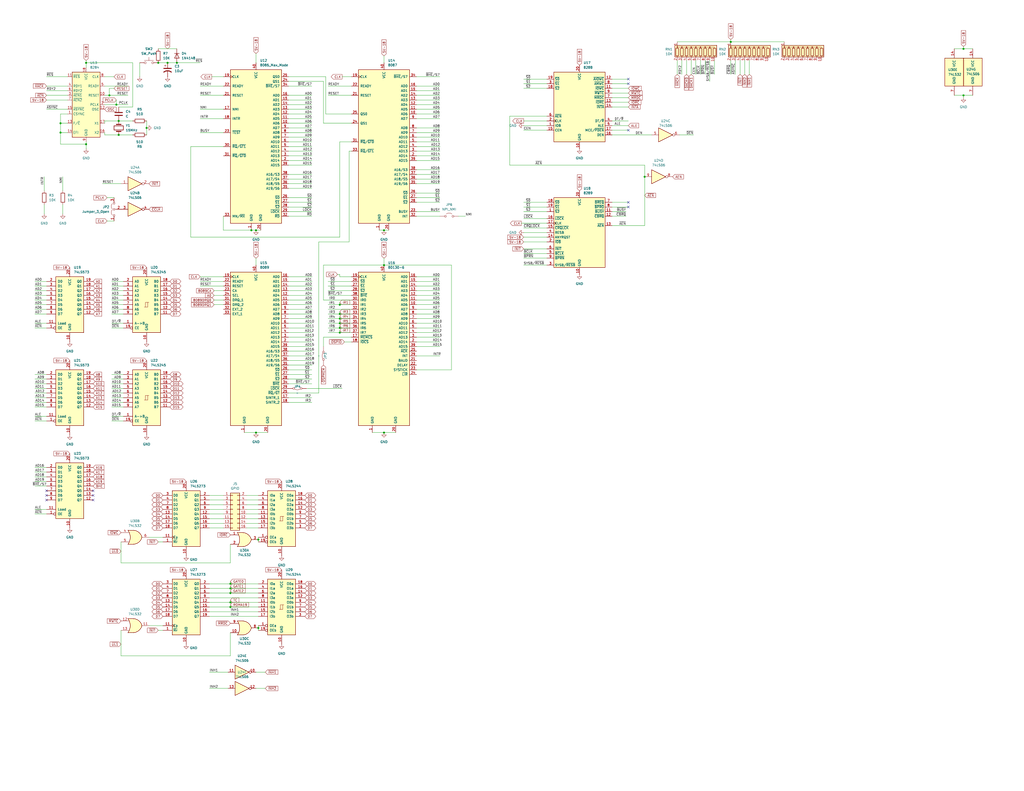
<source format=kicad_sch>
(kicad_sch (version 20250114) (generator "eeschema") (generator_version "9.0")
  (paper "C")
  (junction (at 209.55 236.22))
  (junction (at 209.55 144.78))
  (junction (at 185.42 181.61))
  (junction (at 125.73 321.31))
  (junction (at 139.7 236.22))
  (junction (at 59.69 52.07))
  (junction (at 185.42 166.37))
  (junction (at 63.5 57.15))
  (junction (at 125.73 323.85))
  (junction (at 33.02 72.39))
  (junction (at 140.97 294.64))
  (junction (at 525.78 26.67))
  (junction (at 185.42 173.99))
  (junction (at 64.77 73.66))
  (junction (at 46.99 78.74))
  (junction (at 33.02 67.31))
  (junction (at 125.73 328.93))
  (junction (at 185.42 171.45))
  (junction (at 209.55 125.73))
  (junction (at 398.78 22.86))
  (junction (at 525.78 52.07))
  (junction (at 64.77 66.04))
  (junction (at 91.44 34.29))
  (junction (at 185.42 179.07))
  (junction (at 96.52 34.29))
  (junction (at 139.7 125.73))
  (junction (at 137.16 125.73))
  (junction (at 80.01 69.85))
  (junction (at 46.99 34.29))
  (junction (at 185.42 176.53))
  (junction (at 351.79 96.52))
  (junction (at 125.73 318.77))
  (junction (at 86.36 34.29))
  (junction (at 140.97 342.9))
  (junction (at 125.73 331.47))
  (no_connect (at 25.4 267.97))
  (no_connect (at 342.9 45.72))
  (no_connect (at 50.8 270.51))
  (no_connect (at 342.9 113.03))
  (no_connect (at 50.8 273.05))
  (no_connect (at 342.9 43.18))
  (no_connect (at 25.4 273.05))
  (no_connect (at 50.8 267.97))
  (no_connect (at 342.9 110.49))
  (no_connect (at 342.9 71.12))
  (no_connect (at 25.4 270.51))
  (wire (pts (xy 227.33 85.09) (xy 240.1002 85.09)))
  (wire (pts (xy 227.33 105.41) (xy 240.03 105.41)))
  (wire (pts (xy 227.33 151.13) (xy 240.03 151.13)))
  (wire (pts (xy 76.2 34.29) (xy 76.2 41.91)))
  (wire (pts (xy 62.23 48.26) (xy 59.69 48.26)))
  (wire (pts (xy 285.75 132.08) (xy 298.45 132.08)))
  (wire (pts (xy 384.81 40.64) (xy 384.81 33.02)))
  (wire (pts (xy 203.2 236.22) (xy 209.55 236.22)))
  (wire (pts (xy 191.6998 153.67) (xy 178.9998 153.67)))
  (wire (pts (xy 109.22 59.69) (xy 121.92 59.69)))
  (wire (pts (xy 57.15 66.04) (xy 57.15 67.31)))
  (wire (pts (xy 116.84 158.75) (xy 121.92 158.75)))
  (wire (pts (xy 334.01 48.26) (xy 342.9 48.26)))
  (wire (pts (xy 157.6347 191.77) (xy 170.3347 191.77)))
  (wire (pts (xy 185.42 173.99) (xy 179.07 173.99)))
  (wire (pts (xy 298.45 115.57) (xy 285.75 115.57)))
  (wire (pts (xy 60.96 161.29) (xy 67.31 161.29)))
  (wire (pts (xy 144.78 375.92) (xy 139.7 375.92)))
  (wire (pts (xy 140.97 323.85) (xy 125.73 323.85)))
  (wire (pts (xy 227.33 156.21) (xy 240.03 156.21)))
  (wire (pts (xy 191.77 173.99) (xy 185.42 173.99)))
  (wire (pts (xy 133.35 236.22) (xy 139.7 236.22)))
  (wire (pts (xy 191.77 171.45) (xy 185.42 171.45)))
  (wire (pts (xy 334.01 110.49) (xy 342.9 110.49)))
  (wire (pts (xy 377.19 33.02) (xy 377.19 40.64)))
  (wire (pts (xy 298.45 113.03) (xy 285.75 113.03)))
  (wire (pts (xy 19.05 204.47) (xy 25.4 204.47)))
  (wire (pts (xy 125.73 358.14) (xy 66.04 358.14)))
  (wire (pts (xy 81.28 293.37) (xy 88.9 293.37)))
  (wire (pts (xy 191.77 62.23) (xy 177.8 62.23)))
  (wire (pts (xy 334.01 68.58) (xy 342.9 68.58)))
  (wire (pts (xy 227.33 64.77) (xy 240.03 64.77)))
  (wire (pts (xy 401.32 40.64) (xy 401.32 33.02)))
  (wire (pts (xy 285.75 135.89) (xy 298.45 135.89)))
  (wire (pts (xy 334.01 113.03) (xy 342.9 113.03)))
  (wire (pts (xy 19.05 262.89) (xy 25.4 262.89)))
  (wire (pts (xy 387.35 44.45) (xy 387.35 33.02)))
  (wire (pts (xy 157.6347 186.69) (xy 170.3347 186.69)))
  (wire (pts (xy 209.55 236.22) (xy 215.9 236.22)))
  (wire (pts (xy 86.36 34.29) (xy 91.44 34.29)))
  (wire (pts (xy 369.57 33.02) (xy 369.57 40.64)))
  (wire (pts (xy 19.05 217.17) (xy 25.4 217.17)))
  (wire (pts (xy 60.96 217.17) (xy 67.31 217.17)))
  (wire (pts (xy 334.01 50.8) (xy 342.9 50.8)))
  (wire (pts (xy 351.79 96.52) (xy 351.79 90.17)))
  (wire (pts (xy 285.75 71.12) (xy 298.45 71.12)))
  (wire (pts (xy 227.33 168.91) (xy 240.03 168.91)))
  (wire (pts (xy 157.48 113.03) (xy 170.18 113.03)))
  (wire (pts (xy 525.78 52.07) (xy 530.86 52.07)))
  (wire (pts (xy 19.05 212.09) (xy 25.4 212.09)))
  (wire (pts (xy 134.62 280.67) (xy 140.97 280.67)))
  (wire (pts (xy 227.33 171.45) (xy 240.03 171.45)))
  (wire (pts (xy 185.42 172.72) (xy 185.42 173.99)))
  (wire (pts (xy 86.36 344.17) (xy 88.9 344.17)))
  (wire (pts (xy 34.29 96.52) (xy 34.29 104.14)))
  (wire (pts (xy 191.6998 156.21) (xy 178.9998 156.21)))
  (wire (pts (xy 334.01 123.19) (xy 351.79 123.19)))
  (wire (pts (xy 144.78 367.03) (xy 139.7 367.03)))
  (wire (pts (xy 227.33 118.11) (xy 240.03 118.11)))
  (wire (pts (xy 157.48 207.01) (xy 170.18 207.01)))
  (wire (pts (xy 351.79 123.19) (xy 351.79 96.52)))
  (wire (pts (xy 72.39 58.42) (xy 72.39 34.29)))
  (wire (pts (xy 125.73 297.18) (xy 125.73 307.34)))
  (wire (pts (xy 157.48 87.63) (xy 170.2502 87.63)))
  (wire (pts (xy 58.42 107.95) (xy 62.23 107.95)))
  (wire (pts (xy 191.77 166.37) (xy 185.42 166.37)))
  (wire (pts (xy 114.3 288.29) (xy 121.92 288.29)))
  (wire (pts (xy 525.78 25.4) (xy 525.78 26.67)))
  (wire (pts (xy 157.48 100.33) (xy 170.18 100.33)))
  (wire (pts (xy 63.5 54.61) (xy 63.5 57.15)))
  (wire (pts (xy 109.22 156.21) (xy 121.92 156.21)))
  (wire (pts (xy 157.6347 171.45) (xy 170.3347 171.45)))
  (wire (pts (xy 298.45 43.18) (xy 285.75 43.18)))
  (wire (pts (xy 69.85 52.07) (xy 59.69 52.07)))
  (wire (pts (xy 33.02 67.31) (xy 33.02 72.39)))
  (wire (pts (xy 285.75 68.58) (xy 298.45 68.58)))
  (wire (pts (xy 19.05 179.07) (xy 25.4 179.07)))
  (wire (pts (xy 408.94 40.64) (xy 408.94 33.02)))
  (wire (pts (xy 157.48 209.55) (xy 170.18 209.55)))
  (wire (pts (xy 185.42 171.45) (xy 179.07 171.45)))
  (wire (pts (xy 125.73 317.5) (xy 125.73 318.77)))
  (wire (pts (xy 24.13 96.52) (xy 24.13 104.14)))
  (wire (pts (xy 191.77 67.31) (xy 176.53 67.31)))
  (wire (pts (xy 157.48 217.17) (xy 170.18 217.17)))
  (wire (pts (xy 33.02 72.39) (xy 33.02 78.74)))
  (wire (pts (xy 157.6347 163.83) (xy 170.3347 163.83)))
  (wire (pts (xy 227.33 163.83) (xy 240.03 163.83)))
  (wire (pts (xy 190.5 82.55) (xy 191.77 82.55)))
  (wire (pts (xy 227.33 77.47) (xy 240.03 77.47)))
  (wire (pts (xy 33.02 72.39) (xy 36.83 72.39)))
  (wire (pts (xy 139.7 236.22) (xy 146.05 236.22)))
  (wire (pts (xy 209.55 140.97) (xy 209.55 144.78)))
  (wire (pts (xy 227.33 110.49) (xy 240.03 110.49)))
  (wire (pts (xy 207.01 125.73) (xy 209.55 125.73)))
  (wire (pts (xy 115.57 41.91) (xy 121.92 41.91)))
  (wire (pts (xy 60.96 168.91) (xy 67.31 168.91)))
  (wire (pts (xy 278.13 63.5) (xy 298.45 63.5)))
  (wire (pts (xy 227.33 115.57) (xy 240.03 115.57)))
  (wire (pts (xy 227.33 92.71) (xy 240.03 92.71)))
  (wire (pts (xy 19.05 280.67) (xy 25.4 280.67)))
  (wire (pts (xy 185.42 129.54) (xy 185.42 77.47)))
  (wire (pts (xy 46.99 33.02) (xy 46.99 34.29)))
  (wire (pts (xy 19.05 219.71) (xy 25.4 219.71)))
  (wire (pts (xy 36.83 62.23) (xy 33.02 62.23)))
  (wire (pts (xy 60.96 214.63) (xy 67.31 214.63)))
  (wire (pts (xy 334.01 55.88) (xy 342.9 55.88)))
  (wire (pts (xy 227.33 82.55) (xy 240.1002 82.55)))
  (wire (pts (xy 86.36 295.91) (xy 88.9 295.91)))
  (wire (pts (xy 33.02 67.31) (xy 36.83 67.31)))
  (wire (pts (xy 285.75 124.46) (xy 298.45 124.46)))
  (wire (pts (xy 125.73 318.77) (xy 114.3 318.77)))
  (wire (pts (xy 209.55 144.78) (xy 176.53 144.78)))
  (wire (pts (xy 139.7 29.21) (xy 139.7 34.29)))
  (wire (pts (xy 406.4 40.64) (xy 406.4 33.02)))
  (wire (pts (xy 298.45 110.49) (xy 285.75 110.49)))
  (wire (pts (xy 24.13 111.76) (xy 24.13 116.84)))
  (wire (pts (xy 157.48 85.09) (xy 170.2502 85.09)))
  (wire (pts (xy 58.42 120.65) (xy 62.23 120.65)))
  (wire (pts (xy 209.55 125.73) (xy 212.09 125.73)))
  (wire (pts (xy 177.8 62.23) (xy 177.8 41.91)))
  (wire (pts (xy 109.22 52.07) (xy 121.92 52.07)))
  (wire (pts (xy 64.77 66.04) (xy 72.39 66.04)))
  (wire (pts (xy 114.3 278.13) (xy 121.92 278.13)))
  (wire (pts (xy 157.48 97.79) (xy 170.18 97.79)))
  (wire (pts (xy 157.48 52.07) (xy 170.18 52.07)))
  (wire (pts (xy 334.01 115.57) (xy 341.63 115.57)))
  (wire (pts (xy 140.97 328.93) (xy 125.73 328.93)))
  (wire (pts (xy 278.13 63.5) (xy 278.13 90.17)))
  (wire (pts (xy 46.99 34.29) (xy 46.99 36.83)))
  (wire (pts (xy 187.96 186.69) (xy 191.77 186.69)))
  (wire (pts (xy 157.6347 194.31) (xy 170.3347 194.31)))
  (wire (pts (xy 227.33 189.23) (xy 240.03 189.23)))
  (wire (pts (xy 227.33 46.99) (xy 240.03 46.99)))
  (wire (pts (xy 382.27 40.64) (xy 382.27 33.02)))
  (wire (pts (xy 157.48 204.47) (xy 170.18 204.47)))
  (wire (pts (xy 285.75 119.38) (xy 298.45 119.38)))
  (wire (pts (xy 19.05 168.91) (xy 25.4 168.91)))
  (wire (pts (xy 114.3 280.67) (xy 121.92 280.67)))
  (wire (pts (xy 139.7 140.97) (xy 139.7 144.78)))
  (wire (pts (xy 179.07 52.07) (xy 191.77 52.07)))
  (wire (pts (xy 60.96 229.87) (xy 67.31 229.87)))
  (wire (pts (xy 176.53 144.78) (xy 176.53 163.83)))
  (wire (pts (xy 19.05 260.35) (xy 25.4 260.35)))
  (wire (pts (xy 19.05 161.29) (xy 25.4 161.29)))
  (wire (pts (xy 190.5 132.08) (xy 190.5 82.55)))
  (wire (pts (xy 60.96 179.07) (xy 67.31 179.07)))
  (wire (pts (xy 227.33 57.15) (xy 240.03 57.15)))
  (wire (pts (xy 81.28 341.63) (xy 88.9 341.63)))
  (wire (pts (xy 114.3 270.51) (xy 121.92 270.51)))
  (wire (pts (xy 114.3 285.75) (xy 121.92 285.75)))
  (wire (pts (xy 60.96 156.21) (xy 67.31 156.21)))
  (wire (pts (xy 125.73 307.34) (xy 66.04 307.34)))
  (wire (pts (xy 114.3 283.21) (xy 121.92 283.21)))
  (wire (pts (xy 157.48 95.25) (xy 170.18 95.25)))
  (wire (pts (xy 140.97 318.77) (xy 125.73 318.77)))
  (wire (pts (xy 60.96 227.33) (xy 67.31 227.33)))
  (wire (pts (xy 125.73 327.66) (xy 125.73 328.93)))
  (wire (pts (xy 69.85 46.99) (xy 57.15 46.99)))
  (wire (pts (xy 140.97 336.55) (xy 114.3 336.55)))
  (wire (pts (xy 157.48 82.55) (xy 170.3347 82.55)))
  (wire (pts (xy 19.05 176.53) (xy 25.4 176.53)))
  (wire (pts (xy 91.44 34.29) (xy 96.52 34.29)))
  (wire (pts (xy 60.96 222.25) (xy 67.31 222.25)))
  (wire (pts (xy 157.48 46.99) (xy 170.18 46.99)))
  (wire (pts (xy 334.01 45.72) (xy 342.9 45.72)))
  (wire (pts (xy 157.48 62.23) (xy 170.18 62.23)))
  (wire (pts (xy 246.38 201.93) (xy 246.38 144.78)))
  (wire (pts (xy 157.48 77.47) (xy 170.18 77.47)))
  (wire (pts (xy 60.96 158.75) (xy 67.31 158.75)))
  (wire (pts (xy 19.05 163.83) (xy 25.4 163.83)))
  (wire (pts (xy 25.4 59.69) (xy 36.83 59.69)))
  (wire (pts (xy 403.86 40.64) (xy 403.86 33.02)))
  (wire (pts (xy 114.3 275.59) (xy 121.92 275.59)))
  (wire (pts (xy 140.97 293.37) (xy 140.97 294.64)))
  (wire (pts (xy 173.99 214.63) (xy 173.99 132.08)))
  (wire (pts (xy 140.97 326.39) (xy 114.3 326.39)))
  (wire (pts (xy 114.3 367.03) (xy 124.46 367.03)))
  (wire (pts (xy 227.33 161.29) (xy 240.03 161.29)))
  (wire (pts (xy 227.33 153.67) (xy 240.03 153.67)))
  (wire (pts (xy 157.6347 156.21) (xy 170.3347 156.21)))
  (wire (pts (xy 334.01 58.42) (xy 342.9 58.42)))
  (wire (pts (xy 19.05 222.25) (xy 25.4 222.25)))
  (wire (pts (xy 109.22 46.99) (xy 121.92 46.99)))
  (wire (pts (xy 185.42 181.61) (xy 179.07 181.61)))
  (wire (pts (xy 157.48 54.61) (xy 170.18 54.61)))
  (wire (pts (xy 191.6998 158.75) (xy 178.9998 158.75)))
  (wire (pts (xy 227.33 49.53) (xy 240.03 49.53)))
  (wire (pts (xy 80.01 66.04) (xy 80.01 69.85)))
  (wire (pts (xy 19.05 265.43) (xy 25.4 265.43)))
  (wire (pts (xy 114.3 273.05) (xy 121.92 273.05)))
  (wire (pts (xy 60.96 166.37) (xy 67.31 166.37)))
  (wire (pts (xy 57.15 57.15) (xy 63.5 57.15)))
  (wire (pts (xy 179.07 46.99) (xy 191.77 46.99)))
  (wire (pts (xy 185.42 165.1) (xy 185.42 166.37)))
  (wire (pts (xy 157.48 69.85) (xy 170.18 69.85)))
  (wire (pts (xy 157.48 110.49) (xy 170.2502 110.49)))
  (wire (pts (xy 33.02 62.23) (xy 33.02 67.31)))
  (wire (pts (xy 334.01 71.12) (xy 342.9 71.12)))
  (wire (pts (xy 227.33 201.93) (xy 246.38 201.93)))
  (wire (pts (xy 184.15 149.86) (xy 185.42 149.86)))
  (wire (pts (xy 227.33 87.63) (xy 240.03 87.63)))
  (wire (pts (xy 19.05 156.21) (xy 25.4 156.21)))
  (wire (pts (xy 60.96 204.47) (xy 67.31 204.47)))
  (wire (pts (xy 134.62 273.05) (xy 140.97 273.05)))
  (wire (pts (xy 46.99 77.47) (xy 46.99 78.74)))
  (wire (pts (xy 185.42 177.8) (xy 185.42 179.07)))
  (wire (pts (xy 227.33 72.39) (xy 240.03 72.39)))
  (wire (pts (xy 379.73 40.64) (xy 379.73 33.02)))
  (wire (pts (xy 25.4 41.91) (xy 36.83 41.91)))
  (wire (pts (xy 176.53 189.23) (xy 176.53 184.15)))
  (wire (pts (xy 125.73 322.58) (xy 125.73 323.85)))
  (wire (pts (xy 209.55 30.48) (xy 209.55 34.29)))
  (wire (pts (xy 157.6347 168.91) (xy 170.3347 168.91)))
  (wire (pts (xy 227.33 173.99) (xy 240.03 173.99)))
  (wire (pts (xy 25.4 46.99) (xy 36.83 46.99)))
  (wire (pts (xy 25.4 49.53) (xy 36.83 49.53)))
  (wire (pts (xy 157.48 72.39) (xy 170.18 72.39)))
  (wire (pts (xy 284.48 121.92) (xy 298.45 121.92)))
  (wire (pts (xy 125.73 320.04) (xy 125.73 321.31)))
  (wire (pts (xy 157.48 74.93) (xy 170.18 74.93)))
  (wire (pts (xy 114.3 375.92) (xy 124.46 375.92)))
  (wire (pts (xy 185.42 151.13) (xy 191.77 151.13)))
  (wire (pts (xy 185.42 180.34) (xy 185.42 181.61)))
  (wire (pts (xy 104.14 80.01) (xy 104.14 129.54)))
  (wire (pts (xy 59.69 52.07) (xy 57.15 52.07)))
  (wire (pts (xy 227.33 186.69) (xy 240.03 186.69)))
  (wire (pts (xy 157.48 115.57) (xy 170.18 115.57)))
  (wire (pts (xy 157.48 90.17) (xy 170.18 90.17)))
  (wire (pts (xy 157.6347 173.99) (xy 170.3347 173.99)))
  (wire (pts (xy 121.92 125.73) (xy 121.92 118.11)))
  (wire (pts (xy 227.33 158.75) (xy 240.03 158.75)))
  (wire (pts (xy 125.73 331.47) (xy 114.3 331.47)))
  (wire (pts (xy 19.05 166.37) (xy 25.4 166.37)))
  (wire (pts (xy 157.48 59.69) (xy 170.18 59.69)))
  (wire (pts (xy 134.62 270.51) (xy 140.97 270.51)))
  (wire (pts (xy 96.52 34.29) (xy 109.22 34.29)))
  (wire (pts (xy 227.33 59.69) (xy 240.03 59.69)))
  (wire (pts (xy 134.62 275.59) (xy 140.97 275.59)))
  (wire (pts (xy 227.33 97.79) (xy 240.03 97.79)))
  (wire (pts (xy 59.69 48.26) (xy 59.69 52.07)))
  (wire (pts (xy 254 118.11) (xy 250.19 118.11)))
  (wire (pts (xy 185.42 166.37) (xy 179.07 166.37)))
  (wire (pts (xy 285.75 138.43) (xy 298.45 138.43)))
  (wire (pts (xy 137.16 125.73) (xy 121.92 125.73)))
  (wire (pts (xy 34.29 111.76) (xy 34.29 116.84)))
  (wire (pts (xy 369.57 22.86) (xy 398.78 22.86)))
  (wire (pts (xy 157.48 44.45) (xy 176.53 44.45)))
  (wire (pts (xy 157.48 107.95) (xy 170.18 107.95)))
  (wire (pts (xy 116.84 166.37) (xy 121.92 166.37)))
  (wire (pts (xy 176.53 67.31) (xy 176.53 44.45)))
  (wire (pts (xy 246.38 144.78) (xy 209.55 144.78)))
  (wire (pts (xy 227.33 52.07) (xy 240.03 52.07)))
  (wire (pts (xy 157.6347 166.37) (xy 170.3347 166.37)))
  (wire (pts (xy 298.45 45.72) (xy 285.75 45.72)))
  (wire (pts (xy 19.05 278.13) (xy 25.4 278.13)))
  (wire (pts (xy 86.36 26.67) (xy 96.52 26.67)))
  (wire (pts (xy 227.33 100.33) (xy 240.03 100.33)))
  (wire (pts (xy 157.6347 179.07) (xy 170.3347 179.07)))
  (wire (pts (xy 191.77 179.07) (xy 185.42 179.07)))
  (wire (pts (xy 60.96 207.01) (xy 67.31 207.01)))
  (wire (pts (xy 179.07 168.91) (xy 191.77 168.91)))
  (wire (pts (xy 140.97 294.64) (xy 140.97 295.91)))
  (wire (pts (xy 19.05 171.45) (xy 25.4 171.45)))
  (wire (pts (xy 66.04 295.91) (xy 66.04 307.34)))
  (wire (pts (xy 140.97 341.63) (xy 140.97 342.9)))
  (wire (pts (xy 157.48 80.01) (xy 170.18 80.01)))
  (wire (pts (xy 157.48 64.77) (xy 170.18 64.77)))
  (wire (pts (xy 185.42 179.07) (xy 179.07 179.07)))
  (wire (pts (xy 19.05 209.55) (xy 25.4 209.55)))
  (wire (pts (xy 157.48 102.87) (xy 170.18 102.87)))
  (wire (pts (xy 227.33 166.37) (xy 240.03 166.37)))
  (wire (pts (xy 157.48 118.11) (xy 170.18 118.11)))
  (wire (pts (xy 227.33 194.31) (xy 240.03 194.31)))
  (wire (pts (xy 125.73 330.2) (xy 125.73 331.47)))
  (wire (pts (xy 64.77 73.66) (xy 72.39 73.66)))
  (wire (pts (xy 134.62 285.75) (xy 140.97 285.75)))
  (wire (pts (xy 140.97 331.47) (xy 125.73 331.47)))
  (wire (pts (xy 137.16 125.73) (xy 139.7 125.73)))
  (wire (pts (xy 227.33 80.01) (xy 240.1847 80.01)))
  (wire (pts (xy 19.05 158.75) (xy 25.4 158.75)))
  (wire (pts (xy 140.97 342.9) (xy 140.97 344.17)))
  (wire (pts (xy 179.07 161.29) (xy 191.77 161.29)))
  (wire (pts (xy 398.78 22.86) (xy 427.99 22.86)))
  (wire (pts (xy 334.01 53.34) (xy 342.9 53.34)))
  (wire (pts (xy 62.23 41.91) (xy 57.15 41.91)))
  (wire (pts (xy 33.02 78.74) (xy 46.99 78.74)))
  (wire (pts (xy 140.97 334.01) (xy 114.3 334.01)))
  (wire (pts (xy 157.6347 199.39) (xy 170.3347 199.39)))
  (wire (pts (xy 191.77 181.61) (xy 185.42 181.61)))
  (wire (pts (xy 227.33 95.25) (xy 240.03 95.25)))
  (wire (pts (xy 64.77 73.66) (xy 57.15 73.66)))
  (wire (pts (xy 334.01 118.11) (xy 341.63 118.11)))
  (wire (pts (xy 227.33 69.85) (xy 240.03 69.85)))
  (wire (pts (xy 134.62 288.29) (xy 140.97 288.29)))
  (wire (pts (xy 334.01 43.18) (xy 342.9 43.18)))
  (wire (pts (xy 525.78 53.34) (xy 525.78 52.07)))
  (wire (pts (xy 157.48 201.93) (xy 170.18 201.93)))
  (wire (pts (xy 157.48 214.63) (xy 173.99 214.63)))
  (wire (pts (xy 104.14 80.01) (xy 121.92 80.01)))
  (wire (pts (xy 125.73 345.44) (xy 125.73 358.14)))
  (wire (pts (xy 125.73 328.93) (xy 114.3 328.93)))
  (wire (pts (xy 334.01 66.04) (xy 342.9 66.04)))
  (wire (pts (xy 80.01 69.85) (xy 80.01 73.66)))
  (wire (pts (xy 55.88 100.33) (xy 66.04 100.33)))
  (wire (pts (xy 157.6347 189.23) (xy 170.3347 189.23)))
  (wire (pts (xy 140.97 321.31) (xy 125.73 321.31)))
  (wire (pts (xy 60.96 171.45) (xy 67.31 171.45)))
  (wire (pts (xy 227.33 107.95) (xy 240.03 107.95)))
  (wire (pts (xy 157.48 57.15) (xy 170.18 57.15)))
  (wire (pts (xy 173.99 132.08) (xy 190.5 132.08)))
  (wire (pts (xy 227.33 74.93) (xy 240.03 74.93)))
  (wire (pts (xy 525.78 52.07) (xy 520.7 52.07)))
  (wire (pts (xy 134.62 283.21) (xy 140.97 283.21)))
  (wire (pts (xy 60.96 219.71) (xy 67.31 219.71)))
  (wire (pts (xy 157.6347 181.61) (xy 170.3347 181.61)))
  (wire (pts (xy 60.96 212.09) (xy 67.31 212.09)))
  (wire (pts (xy 66.04 358.14) (xy 66.04 344.17)))
  (wire (pts (xy 227.33 179.07) (xy 240.03 179.07)))
  (wire (pts (xy 398.78 33.02) (xy 398.78 40.64)))
  (wire (pts (xy 64.77 66.04) (xy 57.15 66.04)))
  (wire (pts (xy 109.22 72.39) (xy 121.92 72.39)))
  (wire (pts (xy 227.33 41.91) (xy 240.03 41.91)))
  (wire (pts (xy 227.33 62.23) (xy 240.03 62.23)))
  (wire (pts (xy 19.05 207.01) (xy 25.4 207.01)))
  (wire (pts (xy 285.75 66.04) (xy 298.45 66.04)))
  (wire (pts (xy 64.77 58.42) (xy 72.39 58.42)))
  (wire (pts (xy 378.46 73.66) (xy 370.84 73.66)))
  (wire (pts (xy 109.22 153.67) (xy 121.92 153.67)))
  (wire (pts (xy 176.53 184.15) (xy 191.77 184.15)))
  (wire (pts (xy 19.05 227.33) (xy 25.4 227.33)))
  (wire (pts (xy 185.42 176.53) (xy 179.07 176.53)))
  (wire (pts (xy 25.4 52.07) (xy 36.83 52.07)))
  (wire (pts (xy 125.73 321.31) (xy 114.3 321.31)))
  (wire (pts (xy 227.33 181.61) (xy 240.03 181.61)))
  (wire (pts (xy 46.99 78.74) (xy 46.99 81.28)))
  (wire (pts (xy 167.64 212.09) (xy 186.69 212.09)))
  (wire (pts (xy 157.6347 176.53) (xy 170.3347 176.53)))
  (wire (pts (xy 186.69 41.91) (xy 191.77 41.91)))
  (wire (pts (xy 116.84 163.83) (xy 121.92 163.83)))
  (wire (pts (xy 157.6347 153.67) (xy 170.3347 153.67)))
  (wire (pts (xy 72.39 34.29) (xy 46.99 34.29)))
  (wire (pts (xy 60.96 176.53) (xy 67.31 176.53)))
  (wire (pts (xy 398.78 21.59) (xy 398.78 22.86)))
  (wire (pts (xy 157.6347 161.29) (xy 170.3347 161.29)))
  (wire (pts (xy 389.89 33.02) (xy 389.89 40.64)))
  (wire (pts (xy 351.79 90.17) (xy 278.13 90.17)))
  (wire (pts (xy 227.33 184.15) (xy 240.03 184.15)))
  (wire (pts (xy 285.75 129.54) (xy 298.45 129.54)))
  (wire (pts (xy 157.48 219.71) (xy 170.18 219.71)))
  (wire (pts (xy 19.05 255.27) (xy 25.4 255.27)))
  (wire (pts (xy 134.62 278.13) (xy 140.97 278.13)))
  (wire (pts (xy 298.45 48.26) (xy 285.75 48.26)))
  (wire (pts (xy 139.7 125.73) (xy 142.24 125.73)))
  (wire (pts (xy 157.6347 151.13) (xy 170.3347 151.13)))
  (wire (pts (xy 19.05 153.67) (xy 25.4 153.67)))
  (wire (pts (xy 191.77 176.53) (xy 185.42 176.53)))
  (wire (pts (xy 185.42 170.18) (xy 185.42 171.45)))
  (wire (pts (xy 525.78 26.67) (xy 520.7 26.67)))
  (wire (pts (xy 63.5 57.15) (xy 69.85 57.15)))
  (wire (pts (xy 157.6347 184.15) (xy 170.3347 184.15)))
  (wire (pts (xy 285.75 144.78) (xy 298.45 144.78)))
  (wire (pts (xy 285.75 140.97) (xy 298.45 140.97)))
  (wire (pts (xy 109.22 64.77) (xy 121.92 64.77)))
  (wire (pts (xy 60.96 153.67) (xy 67.31 153.67)))
  (wire (pts (xy 176.53 163.83) (xy 191.77 163.83)))
  (wire (pts (xy 334.01 73.66) (xy 355.6 73.66)))
  (wire (pts (xy 57.15 72.39) (xy 57.15 73.66)))
  (wire (pts (xy 372.11 40.64) (xy 372.11 33.02)))
  (wire (pts (xy 60.96 163.83) (xy 67.31 163.83)))
  (wire (pts (xy 185.42 77.47) (xy 191.77 77.47)))
  (wire (pts (xy 116.84 161.29) (xy 121.92 161.29)))
  (wire (pts (xy 104.14 129.54) (xy 185.42 129.54)))
  (wire (pts (xy 19.05 229.87) (xy 25.4 229.87)))
  (wire (pts (xy 157.48 67.31) (xy 170.18 67.31)))
  (wire (pts (xy 19.05 214.63) (xy 25.4 214.63)))
  (wire (pts (xy 19.05 257.81) (xy 25.4 257.81)))
  (wire (pts (xy 227.33 176.53) (xy 240.03 176.53)))
  (wire (pts (xy 227.33 54.61) (xy 240.03 54.61)))
  (wire (pts (xy 125.73 323.85) (xy 114.3 323.85)))
  (wire (pts (xy 525.78 26.67) (xy 530.86 26.67)))
  (wire (pts (xy 60.96 209.55) (xy 67.31 209.55)))
  (wire (pts (xy 25.4 54.61) (xy 36.83 54.61)))
  (wire (pts (xy 157.48 41.91) (xy 177.8 41.91)))
  (wire (pts (xy 109.22 151.13) (xy 121.92 151.13)))
  (wire (pts (xy 374.65 33.02) (xy 374.65 40.64)))
  (wire (pts (xy 157.6347 196.85) (xy 170.3347 196.85)))
  (wire (pts (xy 185.42 175.26) (xy 185.42 176.53)))
  (wire (pts (xy 285.75 127) (xy 298.45 127)))
  (wire (pts (xy 185.42 149.86) (xy 185.42 151.13)))
  (wire (pts (xy 157.6347 158.75) (xy 170.3347 158.75)))
  (label "AD14" (at 66.1102 219.71 180))
  (label "AD4" (at 236.2344 161.29 0))
  (label "AD16" (at 170.18 95.25 180))
  (label "AD15" (at 170.18 90.17 180))
  (label "AD17" (at 166.5391 194.31 0))
  (label "AD1" (at 236.22 153.67 0))
  (label "READY" (at 179.07 46.99 0))
  (label "~{AEN}" (at 341.63 123.19 180))
  (label "AD13" (at 240.1002 82.55 180))
  (label "AD7" (at 64.77 171.45 180))
  (label "AD13" (at 170.2502 85.09 180))
  (label "AD2" (at 64.77 158.75 180))
  (label "NMI" (at 34.29 96.52 270))
  (label "AD2" (at 170.18 57.15 180))
  (label "AD18" (at 24.1156 260.35 180))
  (label "DEN" (at 346.71 73.66 0))
  (label "NMI" (at 109.22 59.69 0))
  (label "AD2" (at 166.5247 156.21 0))
  (label "AD11" (at 24.13 212.09 180))
  (label "AD6" (at 64.77 168.91 180))
  (label "~{S1}" (at 240.03 107.95 180))
  (label "AD18" (at 170.18 100.33 180))
  (label "~{DEN}" (at 60.96 179.07 0))
  (label "~{RES}" (at 29.21 41.91 180))
  (label "AD3" (at 22.86 161.29 180))
  (label "AD15" (at 240.03 87.63 180))
  (label "AD17" (at 170.18 97.79 180))
  (label "~{BPRN}" (at 384.81 40.64 90))
  (label "~{S0}" (at 170.18 107.95 180))
  (label "~{DEN}" (at 60.96 229.87 0))
  (label "AD5" (at 240.03 59.69 180))
  (label "AD8" (at 236.22 171.45 0))
  (label "AD13" (at 66.1102 217.17 180))
  (label "~{AEN}" (at 292.1 90.17 0))
  (label "AD8" (at 170.18 72.39 180))
  (label "AD0" (at 170.18 52.07 180))
  (label "AD12" (at 236.0653 181.61 0))
  (label "AD14" (at 170.2502 87.63 180))
  (label "RESET" (at 109.22 52.07 0))
  (label "AD0" (at 236.22 151.13 0))
  (label "~{S2}" (at 182.8098 158.75 180))
  (label "AD6" (at 236.22 166.37 0))
  (label "AD10" (at 66.04 209.55 180))
  (label "AD8" (at 24.13 204.47 180))
  (label "AD11" (at 240.03 77.47 180))
  (label "IR4" (at 182.88 173.99 180))
  (label "AD4" (at 64.7556 163.83 180))
  (label "~{BHE}{slash}S7" (at 161.29 209.55 0))
  (label "AD7" (at 240.03 64.77 180))
  (label "~{S1}" (at 289.6302 45.72 180))
  (label "AD7" (at 236.22 168.91 0))
  (label "READY" (at 109.22 46.99 0))
  (label "AD14" (at 240.1002 85.09 180))
  (label "~{S1}" (at 289.6302 113.03 180))
  (label "AD10" (at 166.5247 176.53 0))
  (label "BUSY" (at 240.03 115.57 180))
  (label "RESET" (at 109.22 156.21 0))
  (label "AD19" (at 170.18 102.87 180))
  (label "AD3" (at 64.77 161.29 180))
  (label "AD11" (at 166.5247 179.07 0))
  (label "AD12" (at 170.3347 82.55 180))
  (label "READY" (at 109.22 153.67 0))
  (label "RDY2" (at 25.4 49.53 0))
  (label "AD8" (at 166.5247 171.45 0))
  (label "AD12" (at 66.1947 214.63 180))
  (label "AD4" (at 240.03 57.15 180))
  (label "IR2" (at 182.88 168.91 180))
  (label "RESET" (at 69.85 52.07 180))
  (label "AD15" (at 166.5247 189.23 0))
  (label "~{BHE}{slash}S7" (at 186.69 161.29 180))
  (label "INH1" (at 125.73 334.01 0))
  (label "AD5" (at 166.5247 163.83 0))
  (label "AD3" (at 236.22 158.75 0))
  (label "AD14" (at 166.4545 186.69 0))
  (label "~{S1}" (at 182.88 156.21 180))
  (label "AD0" (at 64.77 153.67 180))
  (label "CEN" (at 379.73 40.64 90))
  (label "AD18" (at 166.5391 196.85 0))
  (label "DT{slash}~{R}" (at 60.96 227.33 0))
  (label "AD16" (at 24.13 255.27 180))
  (label "~{BHE}{slash}S7" (at 170.18 46.99 180))
  (label "AD16" (at 166.5247 191.77 0))
  (label "~{S1}" (at 166.2998 204.47 0))
  (label "~{S0}" (at 166.37 201.93 0))
  (label "~{S0}" (at 289.56 43.18 180))
  (label "AD0" (at 166.5247 151.13 0))
  (label "AD3" (at 240.03 54.61 180))
  (label "ALE" (at 335.28 68.58 0))
  (label "~{BPRN}" (at 285.75 140.97 0))
  (label "AD7" (at 22.86 171.45 180))
  (label "AD3" (at 170.18 59.69 180))
  (label "~{S2}" (at 289.56 48.26 180))
  (label "AD12" (at 240.1847 80.01 180))
  (label "AD4" (at 166.5391 161.29 0))
  (label "~{LOCK}" (at 181.61 212.09 0))
  (label "AD3" (at 166.5247 158.75 0))
  (label "IR3" (at 182.88 171.45 180))
  (label "SYSB{slash}~{RESB}" (at 285.75 144.78 0))
  (label "AD2" (at 240.03 52.07 180))
  (label "AD11" (at 236.22 179.07 0))
  (label "AD15" (at 236.22 189.23 0))
  (label "AD5" (at 64.77 166.37 180))
  (label "~{CRQLOCK}" (at 285.75 124.46 0))
  (label "AD6" (at 170.18 67.31 180))
  (label "AD1" (at 170.18 54.61 180))
  (label "AD2" (at 236.22 156.21 0))
  (label "AD19" (at 240.03 100.33 180))
  (label "ALE" (at 19.05 176.53 0))
  (label "IR0" (at 182.88 163.83 180))
  (label "AD18" (at 240.0156 97.79 180))
  (label "AD14" (at 236.1498 186.69 0))
  (label "AD13" (at 236.1498 184.15 0))
  (label "AD1" (at 64.77 156.21 180))
  (label "DT{slash}~{R}" (at 335.28 66.04 0))
  (label "AD5" (at 236.22 163.83 0))
  (label "AD19" (at 166.5247 199.39 0))
  (label "~{RD}" (at 170.18 118.11 180))
  (label "SYSB{slash}~{RESB}" (at 387.35 44.45 90))
  (label "AD0" (at 240.03 46.99 180))
  (label "AD6" (at 22.86 168.91 180))
  (label "AD1" (at 240.03 49.53 180))
  (label "IR3" (at 166.37 219.71 0))
  (label "RDY2" (at 372.11 40.64 90))
  (label "AD15" (at 66.04 222.25 180))
  (label "IR5" (at 182.88 176.53 180))
  (label "AD9" (at 240.03 72.39 180))
  (label "AD12" (at 24.2847 214.63 180))
  (label "CEN" (at 285.75 71.12 0))
  (label "AD19" (at 24.13 262.89 180))
  (label "AD9" (at 24.13 207.01 180))
  (label "~{BUSY}" (at 389.89 40.64 90))
  (label "AD10" (at 24.13 209.55 180))
  (label "AD1" (at 22.86 156.21 180))
  (label "AD9" (at 236.22 173.99 0))
  (label "~{AEN}" (at 19.05 179.07 0))
  (label "AD5" (at 22.86 166.37 180))
  (label "AD4" (at 22.8456 163.83 180))
  (label "AD17" (at 24.1156 257.81 180))
  (label "AD12" (at 166.37 181.61 0))
  (label "IR2" (at 166.37 217.17 0))
  (label "~{RES}" (at 106.68 34.29 0))
  (label "~{S2}" (at 166.37 207.01 0))
  (label "ALE" (at 19.05 227.33 0))
  (label "~{BUSY}" (at 341.63 115.57 180))
  (label "AD11" (at 66.04 212.09 180))
  (label "~{AEN}" (at 19.05 280.67 0))
  (label "PCLK" (at 69.85 57.15 180))
  (label "~{S0}" (at 289.56 110.49 180))
  (label "~{CBRQ}" (at 398.78 40.64 90))
  (label "~{S1}" (at 170.2502 110.49 180))
  (label "AD11" (at 170.18 80.01 180))
  (label "AD9" (at 66.04 207.01 180))
  (label "~{S2}" (at 170.18 113.03 180))
  (label "INH2" (at 125.73 336.55 0))
  (label "~{S0}" (at 182.8098 153.67 180))
  (label "DT{slash}~{R}" (at 60.96 176.53 0))
  (label "AD10" (at 170.18 77.47 180))
  (label "~{BCLK}" (at 285.75 138.43 0))
  (label "AD2" (at 22.86 158.75 180))
  (label "IR7" (at 182.88 181.61 180))
  (label "~{CBRQ}" (at 341.63 118.11 180))
  (label "AD7" (at 170.18 69.85 180))
  (label "~{LOCK}" (at 170.18 115.57 180))
  (label "AD10" (at 240.03 74.93 180))
  (label "AD1" (at 166.5247 153.67 0))
  (label "AD17" (at 240.0156 95.25 180))
  (label "~{S2}" (at 289.56 115.57 180))
  (label "RESET" (at 179.07 52.07 0))
  (label "ALE" (at 19.05 278.13 0))
  (label "AD8" (at 66.04 204.47 180))
  (label "AD9" (at 170.18 74.93 180))
  (label "AD6" (at 166.5247 166.37 0))
  (label "~{LOCK}" (at 285.75 119.38 0))
  (label "AD4" (at 170.18 62.23 180))
  (label "~{DEN}" (at 378.46 73.66 180))
  (label "AD16" (at 240.03 92.71 180))
  (label "BUSY" (at 109.22 72.39 0))
  (label "INTR" (at 24.13 96.52 270))
  (label "~{AEN}" (at 19.05 229.87 0))
  (label "~{S2}" (at 240.03 110.49 180))
  (label "AD0" (at 22.86 153.67 180))
  (label "AD7" (at 166.5247 168.91 0))
  (label "~{BHE}{slash}S7" (at 25.4 265.43 180))
  (label "IR6" (at 182.88 179.07 180))
  (label "INTR" (at 109.22 64.77 0))
  (label "INTR" (at 236.22 194.31 0))
  (label "READY" (at 69.85 46.99 180))
  (label "AD13" (at 166.4545 184.15 0))
  (label "RESET" (at 55.88 100.33 0))
  (label "~{ASYNC}" (at 401.32 40.64 90))
  (label "AD15" (at 24.13 222.25 180))
  (label "AD5" (at 170.18 64.77 180))
  (label "~{BHE}{slash}S7" (at 240.03 41.91 180))
  (label "INH1" (at 114.3 367.03 0))
  (label "AD6" (at 240.03 62.23 180))
  (label "AD13" (at 24.2002 217.17 180))
  (label "AD8" (at 240.03 69.85 180))
  (label "~{BCLK}" (at 382.27 40.64 90))
  (label "NMI" (at 254 118.11 0))
  (label "INH2" (at 114.3 375.92 0))
  (label "AD10" (at 236.22 176.53 0))
  (label "~{S0}" (at 240.03 105.41 180))
  (label "AD14" (at 24.2002 219.71 180))
  (label "IR1" (at 182.88 166.37 180))
  (label "~{ASYNC}" (at 25.4 59.69 0))
  (label "AD9" (at 166.5247 173.99 0))
  (global_label "5V-18" (shape input) (at 316.23 104.14 90) (property "Intersheetrefs" "${INTERSHEET_REFS}" (effects (hide yes))))
  (global_label "D0" (shape bidirectional) (at 166.37 270.51 0) (property "Intersheetrefs" "${INTERSHEET_REFS}" (effects (hide yes))))
  (global_label "5V-18" (shape input) (at 46.99 33.02 90) (property "Intersheetrefs" "${INTERSHEET_REFS}" (effects (hide yes))))
  (global_label "5V-18" (shape input) (at 91.44 26.67 90) (property "Intersheetrefs" "${INTERSHEET_REFS}" (effects (hide yes))))
  (global_label "5V-18" (shape input) (at 209.55 30.48 90) (property "Intersheetrefs" "${INTERSHEET_REFS}" (effects (hide yes))))
  (global_label "D2" (shape bidirectional) (at 92.71 158.75 0) (property "Intersheetrefs" "${INTERSHEET_REFS}" (effects (hide yes))))
  (global_label "~{IOWC}" (shape input) (at 66.04 290.83 180) (property "Intersheetrefs" "${INTERSHEET_REFS}" (effects (hide yes))))
  (global_label "~{DACK0}" (shape input) (at 374.65 40.64 270) (property "Intersheetrefs" "${INTERSHEET_REFS}" (effects (hide yes))))
  (global_label "5V-18" (shape input) (at 25.4 54.61 180) (property "Intersheetrefs" "${INTERSHEET_REFS}" (effects (hide yes))))
  (global_label "D2" (shape bidirectional) (at 166.37 275.59 0) (property "Intersheetrefs" "${INTERSHEET_REFS}" (effects (hide yes))))
  (global_label "8089DRQ0" (shape input) (at 116.84 163.83 180) (property "Intersheetrefs" "${INTERSHEET_REFS}" (effects (hide yes))))
  (global_label "5V-18" (shape input) (at 285.75 132.08 180) (property "Intersheetrefs" "${INTERSHEET_REFS}" (effects (hide yes))))
  (global_label "CLK" (shape input) (at 58.42 120.65 180) (property "Intersheetrefs" "${INTERSHEET_REFS}" (effects (hide yes))))
  (global_label "PCLK" (shape input) (at 58.42 107.95 180) (property "Intersheetrefs" "${INTERSHEET_REFS}" (effects (hide yes))))
  (global_label "D4" (shape bidirectional) (at 166.37 328.93 0) (property "Intersheetrefs" "${INTERSHEET_REFS}" (effects (hide yes))))
  (global_label "5V-18" (shape input) (at 316.23 35.56 90) (property "Intersheetrefs" "${INTERSHEET_REFS}" (effects (hide yes))))
  (global_label "D2" (shape bidirectional) (at 88.9 323.85 180) (property "Intersheetrefs" "${INTERSHEET_REFS}" (effects (hide yes))))
  (global_label "ALE" (shape input) (at 342.9 68.58 0) (property "Intersheetrefs" "${INTERSHEET_REFS}" (effects (hide yes))))
  (global_label "~{UL1}" (shape input) (at 66.04 351.79 180) (property "Intersheetrefs" "${INTERSHEET_REFS}" (effects (hide yes))))
  (global_label "5V-18" (shape input) (at 139.7 29.21 90) (property "Intersheetrefs" "${INTERSHEET_REFS}" (effects (hide yes))))
  (global_label "D9" (shape bidirectional) (at 92.71 207.01 0) (property "Intersheetrefs" "${INTERSHEET_REFS}" (effects (hide yes))))
  (global_label "~{XACK}" (shape input) (at 25.4 46.99 180) (property "Intersheetrefs" "${INTERSHEET_REFS}" (effects (hide yes))))
  (global_label "A17" (shape input) (at 50.8 257.81 0) (property "Intersheetrefs" "${INTERSHEET_REFS}" (effects (hide yes))))
  (global_label "D1" (shape bidirectional) (at 88.9 273.05 180) (property "Intersheetrefs" "${INTERSHEET_REFS}" (effects (hide yes))))
  (global_label "5V-18" (shape input) (at 209.55 140.97 90) (property "Intersheetrefs" "${INTERSHEET_REFS}" (effects (hide yes))))
  (global_label "~{INH2}" (shape input) (at 406.4 40.64 270) (property "Intersheetrefs" "${INTERSHEET_REFS}" (effects (hide yes))))
  (global_label "CLK" (shape output) (at 115.57 41.91 180) (property "Intersheetrefs" "${INTERSHEET_REFS}" (effects (hide yes))))
  (global_label "AEN" (shape input) (at 367.03 96.52 0) (property "Intersheetrefs" "${INTERSHEET_REFS}" (effects (hide yes))))
  (global_label "GATE2" (shape input) (at 125.73 322.58 0) (property "Intersheetrefs" "${INTERSHEET_REFS}" (effects (hide yes))))
  (global_label "5V-18" (shape input) (at 38.1 146.05 180) (property "Intersheetrefs" "${INTERSHEET_REFS}" (effects (hide yes))))
  (global_label "A10" (shape input) (at 50.8 209.55 0) (property "Intersheetrefs" "${INTERSHEET_REFS}" (effects (hide yes))))
  (global_label "D5" (shape bidirectional) (at 88.9 283.21 180) (property "Intersheetrefs" "${INTERSHEET_REFS}" (effects (hide yes))))
  (global_label "~{AEN}" (shape input) (at 351.79 106.68 0) (property "Intersheetrefs" "${INTERSHEET_REFS}" (effects (hide yes))))
  (global_label "BHE" (shape input) (at 50.8 265.43 0) (property "Intersheetrefs" "${INTERSHEET_REFS}" (effects (hide yes))))
  (global_label "D4" (shape bidirectional) (at 88.9 328.93 180) (property "Intersheetrefs" "${INTERSHEET_REFS}" (effects (hide yes))))
  (global_label "A0" (shape input) (at 116.84 161.29 180) (property "Intersheetrefs" "${INTERSHEET_REFS}" (effects (hide yes))))
  (global_label "ROMA19" (shape input) (at 125.73 330.2 0) (property "Intersheetrefs" "${INTERSHEET_REFS}" (effects (hide yes))))
  (global_label "5V-18" (shape input) (at 398.78 21.59 90) (property "Intersheetrefs" "${INTERSHEET_REFS}" (effects (hide yes))))
  (global_label "D6" (shape bidirectional) (at 166.37 285.75 0) (property "Intersheetrefs" "${INTERSHEET_REFS}" (effects (hide yes))))
  (global_label "5V-18" (shape input) (at 285.75 129.54 180) (property "Intersheetrefs" "${INTERSHEET_REFS}" (effects (hide yes))))
  (global_label "D0" (shape bidirectional) (at 166.37 318.77 0) (property "Intersheetrefs" "${INTERSHEET_REFS}" (effects (hide yes))))
  (global_label "5V-18" (shape input) (at 139.7 140.97 90) (property "Intersheetrefs" "${INTERSHEET_REFS}" (effects (hide yes))))
  (global_label "D0" (shape bidirectional) (at 92.71 153.67 0) (property "Intersheetrefs" "${INTERSHEET_REFS}" (effects (hide yes))))
  (global_label "~{INIT}" (shape input) (at 86.36 295.91 180) (property "Intersheetrefs" "${INTERSHEET_REFS}" (effects (hide yes))))
  (global_label "D11" (shape bidirectional) (at 92.71 212.09 0) (property "Intersheetrefs" "${INTERSHEET_REFS}" (effects (hide yes))))
  (global_label "D3" (shape bidirectional) (at 166.37 326.39 0) (property "Intersheetrefs" "${INTERSHEET_REFS}" (effects (hide yes))))
  (global_label "~{CCLK}" (shape input) (at 81.28 114.3 0) (property "Intersheetrefs" "${INTERSHEET_REFS}" (effects (hide yes))))
  (global_label "IR1" (shape input) (at 185.42 165.1 0) (property "Intersheetrefs" "${INTERSHEET_REFS}" (effects (hide yes))))
  (global_label "GATE0" (shape input) (at 125.73 317.5 0) (property "Intersheetrefs" "${INTERSHEET_REFS}" (effects (hide yes))))
  (global_label "~{INTA}" (shape input) (at 342.9 58.42 0) (property "Intersheetrefs" "${INTERSHEET_REFS}" (effects (hide yes))))
  (global_label "CLK" (shape input) (at 62.23 41.91 0) (property "Intersheetrefs" "${INTERSHEET_REFS}" (effects (hide yes))))
  (global_label "8089DRQ1" (shape input) (at 116.84 166.37 180) (property "Intersheetrefs" "${INTERSHEET_REFS}" (effects (hide yes))))
  (global_label "8089CA" (shape input) (at 116.84 158.75 180) (property "Intersheetrefs" "${INTERSHEET_REFS}" (effects (hide yes))))
  (global_label "IR6" (shape input) (at 185.42 177.8 0) (property "Intersheetrefs" "${INTERSHEET_REFS}" (effects (hide yes))))
  (global_label "A16" (shape input) (at 50.8 255.27 0) (property "Intersheetrefs" "${INTERSHEET_REFS}" (effects (hide yes))))
  (global_label "D7" (shape bidirectional) (at 88.9 336.55 180) (property "Intersheetrefs" "${INTERSHEET_REFS}" (effects (hide yes))))
  (global_label "D6" (shape bidirectional) (at 88.9 285.75 180) (property "Intersheetrefs" "${INTERSHEET_REFS}" (effects (hide yes))))
  (global_label "D3" (shape bidirectional) (at 92.71 161.29 0) (property "Intersheetrefs" "${INTERSHEET_REFS}" (effects (hide yes))))
  (global_label "D5" (shape bidirectional) (at 88.9 331.47 180) (property "Intersheetrefs" "${INTERSHEET_REFS}" (effects (hide yes))))
  (global_label "D7" (shape bidirectional) (at 166.37 336.55 0) (property "Intersheetrefs" "${INTERSHEET_REFS}" (effects (hide yes))))
  (global_label "5V-18" (shape input) (at 153.67 262.89 180) (property "Intersheetrefs" "${INTERSHEET_REFS}" (effects (hide yes))))
  (global_label "IR7" (shape input) (at 185.42 180.34 0) (property "Intersheetrefs" "${INTERSHEET_REFS}" (effects (hide yes))))
  (global_label "IR5" (shape input) (at 185.42 175.26 0) (property "Intersheetrefs" "${INTERSHEET_REFS}" (effects (hide yes))))
  (global_label "5V-18" (shape input) (at 38.1 196.85 180) (property "Intersheetrefs" "${INTERSHEET_REFS}" (effects (hide yes))))
  (global_label "5V-18" (shape input) (at 80.01 196.85 180) (property "Intersheetrefs" "${INTERSHEET_REFS}" (effects (hide yes))))
  (global_label "IR3" (shape input) (at 185.42 170.18 0) (property "Intersheetrefs" "${INTERSHEET_REFS}" (effects (hide yes))))
  (global_label "A6" (shape input) (at 50.8 168.91 0) (property "Intersheetrefs" "${INTERSHEET_REFS}" (effects (hide yes))))
  (global_label "D3" (shape bidirectional) (at 88.9 326.39 180) (property "Intersheetrefs" "${INTERSHEET_REFS}" (effects (hide yes))))
  (global_label "D12" (shape bidirectional) (at 92.71 214.63 0) (property "Intersheetrefs" "${INTERSHEET_REFS}" (effects (hide yes))))
  (global_label "~{AEN}" (shape input) (at 25.4 52.07 180) (property "Intersheetrefs" "${INTERSHEET_REFS}" (effects (hide yes))))
  (global_label "D1" (shape bidirectional) (at 166.37 273.05 0) (property "Intersheetrefs" "${INTERSHEET_REFS}" (effects (hide yes))))
  (global_label "D5" (shape bidirectional) (at 166.37 331.47 0) (property "Intersheetrefs" "${INTERSHEET_REFS}" (effects (hide yes))))
  (global_label "D14" (shape bidirectional) (at 92.71 219.71 0) (property "Intersheetrefs" "${INTERSHEET_REFS}" (effects (hide yes))))
  (global_label "GATE1" (shape input) (at 125.73 320.04 0) (property "Intersheetrefs" "${INTERSHEET_REFS}" (effects (hide yes))))
  (global_label "A15" (shape input) (at 50.8 222.25 0) (property "Intersheetrefs" "${INTERSHEET_REFS}" (effects (hide yes))))
  (global_label "~{OSPIO}" (shape input) (at 187.96 186.69 180) (property "Intersheetrefs" "${INTERSHEET_REFS}" (effects (hide yes))))
  (global_label "D2" (shape bidirectional) (at 166.37 323.85 0) (property "Intersheetrefs" "${INTERSHEET_REFS}" (effects (hide yes))))
  (global_label "D6" (shape bidirectional) (at 92.71 168.91 0) (property "Intersheetrefs" "${INTERSHEET_REFS}" (effects (hide yes))))
  (global_label "TC" (shape input) (at 125.73 327.66 0) (property "Intersheetrefs" "${INTERSHEET_REFS}" (effects (hide yes))))
  (global_label "~{MWTC}" (shape input) (at 342.9 50.8 0) (property "Intersheetrefs" "${INTERSHEET_REFS}" (effects (hide yes))))
  (global_label "A8" (shape input) (at 50.8 204.47 0) (property "Intersheetrefs" "${INTERSHEET_REFS}" (effects (hide yes))))
  (global_label "D5" (shape bidirectional) (at 92.71 166.37 0) (property "Intersheetrefs" "${INTERSHEET_REFS}" (effects (hide yes))))
  (global_label "D0" (shape bidirectional) (at 88.9 318.77 180) (property "Intersheetrefs" "${INTERSHEET_REFS}" (effects (hide yes))))
  (global_label "RESET" (shape input) (at 62.23 48.26 0) (property "Intersheetrefs" "${INTERSHEET_REFS}" (effects (hide yes))))
  (global_label "D3" (shape bidirectional) (at 88.9 278.13 180) (property "Intersheetrefs" "${INTERSHEET_REFS}" (effects (hide yes))))
  (global_label "5V-18" (shape input) (at 153.67 311.15 180) (property "Intersheetrefs" "${INTERSHEET_REFS}" (effects (hide yes))))
  (global_label "~{INIT}" (shape input) (at 403.86 40.64 270) (property "Intersheetrefs" "${INTERSHEET_REFS}" (effects (hide yes))))
  (global_label "A13" (shape input) (at 50.8 217.17 0) (property "Intersheetrefs" "${INTERSHEET_REFS}" (effects (hide yes))))
  (global_label "D13" (shape bidirectional) (at 92.71 217.17 0) (property "Intersheetrefs" "${INTERSHEET_REFS}" (effects (hide yes))))
  (global_label "PCLK" (shape input) (at 63.5 54.61 180) (property "Intersheetrefs" "${INTERSHEET_REFS}" (effects (hide yes))))
  (global_label "D5" (shape bidirectional) (at 166.37 283.21 0) (property "Intersheetrefs" "${INTERSHEET_REFS}" (effects (hide yes))))
  (global_label "A18" (shape input) (at 50.8 260.35 0) (property "Intersheetrefs" "${INTERSHEET_REFS}" (effects (hide yes))))
  (global_label "~{IORC}" (shape input) (at 342.9 55.88 0) (property "Intersheetrefs" "${INTERSHEET_REFS}" (effects (hide yes))))
  (global_label "~{MRDC}" (shape input) (at 125.73 340.36 180) (property "Intersheetrefs" "${INTERSHEET_REFS}" (effects (hide yes))))
  (global_label "~{UL0}" (shape input) (at 66.04 300.99 180) (property "Intersheetrefs" "${INTERSHEET_REFS}" (effects (hide yes))))
  (global_label "~{MWTC}" (shape input) (at 66.04 339.09 180) (property "Intersheetrefs" "${INTERSHEET_REFS}" (effects (hide yes))))
  (global_label "~{XACK}" (shape input) (at 369.57 40.64 270) (property "Intersheetrefs" "${INTERSHEET_REFS}" (effects (hide yes))))
  (global_label "A9" (shape input) (at 50.8 207.01 0) (property "Intersheetrefs" "${INTERSHEET_REFS}" (effects (hide yes))))
  (global_label "~{IOWC}" (shape input) (at 342.9 48.26 0) (property "Intersheetrefs" "${INTERSHEET_REFS}" (effects (hide yes))))
  (global_label "A12" (shape input) (at 50.8 214.63 0) (property "Intersheetrefs" "${INTERSHEET_REFS}" (effects (hide yes))))
  (global_label "A5" (shape input) (at 50.8 166.37 0) (property "Intersheetrefs" "${INTERSHEET_REFS}" (effects (hide yes))))
  (global_label "5V-18" (shape input) (at 38.1 247.65 180) (property "Intersheetrefs" "${INTERSHEET_REFS}" (effects (hide yes))))
  (global_label "~{IORC}" (shape input) (at 125.73 292.1 180) (property "Intersheetrefs" "${INTERSHEET_REFS}" (effects (hide yes))))
  (global_label "A7" (shape input) (at 50.8 171.45 0) (property "Intersheetrefs" "${INTERSHEET_REFS}" (effects (hide yes))))
  (global_label "A4" (shape input) (at 50.8 163.83 0) (property "Intersheetrefs" "${INTERSHEET_REFS}" (effects (hide yes))))
  (global_label "~{MRDC}" (shape input) (at 342.9 53.34 0) (property "Intersheetrefs" "${INTERSHEET_REFS}" (effects (hide yes))))
  (global_label "5V-18" (shape input) (at 101.6 311.15 180) (property "Intersheetrefs" "${INTERSHEET_REFS}" (effects (hide yes))))
  (global_label "D1" (shape bidirectional) (at 166.37 321.31 0) (property "Intersheetrefs" "${INTERSHEET_REFS}" (effects (hide yes))))
  (global_label "D6" (shape bidirectional) (at 88.9 334.01 180) (property "Intersheetrefs" "${INTERSHEET_REFS}" (effects (hide yes))))
  (global_label "~{DACK1}" (shape input) (at 377.19 40.64 270) (property "Intersheetrefs" "${INTERSHEET_REFS}" (effects (hide yes))))
  (global_label "D4" (shape bidirectional) (at 166.37 280.67 0) (property "Intersheetrefs" "${INTERSHEET_REFS}" (effects (hide yes))))
  (global_label "D3" (shape bidirectional) (at 166.37 278.13 0) (property "Intersheetrefs" "${INTERSHEET_REFS}" (effects (hide yes))))
  (global_label "~{INH1}" (shape input) (at 144.78 367.03 0) (property "Intersheetrefs" "${INTERSHEET_REFS}" (effects (hide yes))))
  (global_label "D7" (shape bidirectional) (at 88.9 288.29 180) (property "Intersheetrefs" "${INTERSHEET_REFS}" (effects (hide yes))))
  (global_label "D0" (shape bidirectional) (at 88.9 270.51 180) (property "Intersheetrefs" "${INTERSHEET_REFS}" (effects (hide yes))))
  (global_label "D4" (shape bidirectional) (at 92.71 163.83 0) (property "Intersheetrefs" "${INTERSHEET_REFS}" (effects (hide yes))))
  (global_label "D7" (shape bidirectional) (at 92.71 171.45 0) (property "Intersheetrefs" "${INTERSHEET_REFS}" (effects (hide yes))))
  (global_label "5V-18" (shape input) (at 80.01 146.05 180) (property "Intersheetrefs" "${INTERSHEET_REFS}" (effects (hide yes))))
  (global_label "IR4" (shape input) (at 185.42 172.72 0) (property "Intersheetrefs" "${INTERSHEET_REFS}" (effects (hide yes))))
  (global_label "D8" (shape bidirectional) (at 92.71 204.47 0) (property "Intersheetrefs" "${INTERSHEET_REFS}" (effects (hide yes))))
  (global_label "A19" (shape input) (at 50.8 262.89 0) (property "Intersheetrefs" "${INTERSHEET_REFS}" (effects (hide yes))))
  (global_label "CLK" (shape output) (at 284.48 121.92 180) (property "Intersheetrefs" "${INTERSHEET_REFS}" (effects (hide yes))))
  (global_label "CLK" (shape output) (at 285.75 66.04 180) (property "Intersheetrefs" "${INTERSHEET_REFS}" (effects (hide yes))))
  (global_label "5V-18" (shape input) (at 525.78 25.4 90) (property "Intersheetrefs" "${INTERSHEET_REFS}" (effects (hide yes))))
  (global_label "D7" (shape bidirectional) (at 166.37 288.29 0) (property "Intersheetrefs" "${INTERSHEET_REFS}" (effects (hide yes))))
  (global_label "A3" (shape input) (at 50.8 161.29 0) (property "Intersheetrefs" "${INTERSHEET_REFS}" (effects (hide yes))))
  (global_label "CLK" (shape input) (at 109.22 151.13 180) (property "Intersheetrefs" "${INTERSHEET_REFS}" (effects (hide yes))))
  (global_label "CLK" (shape output) (at 186.69 41.91 180) (property "Intersheetrefs" "${INTERSHEET_REFS}" (effects (hide yes))))
  (global_label "~{INIT}" (shape input) (at 86.36 344.17 180) (property "Intersheetrefs" "${INTERSHEET_REFS}" (effects (hide yes))))
  (global_label "~{INH2}" (shape input) (at 144.78 375.92 0) (property "Intersheetrefs" "${INTERSHEET_REFS}" (effects (hide yes))))
  (global_label "D2" (shape bidirectional) (at 88.9 275.59 180) (property "Intersheetrefs" "${INTERSHEET_REFS}" (effects (hide yes))))
  (global_label "~{INIT}" (shape input) (at 81.28 100.33 0) (property "Intersheetrefs" "${INTERSHEET_REFS}" (effects (hide yes))))
  (global_label "5V-18" (shape input) (at 101.6 262.89 180) (property "Intersheetrefs" "${INTERSHEET_REFS}" (effects (hide yes))))
  (global_label "A2" (shape input) (at 50.8 158.75 0) (property "Intersheetrefs" "${INTERSHEET_REFS}" (effects (hide yes))))
  (global_label "A0" (shape input) (at 50.8 153.67 0) (property "Intersheetrefs" "${INTERSHEET_REFS}" (effects (hide yes))))
  (global_label "D1" (shape bidirectional) (at 92.71 156.21 0) (property "Intersheetrefs" "${INTERSHEET_REFS}" (effects (hide yes))))
  (global_label "D4" (shape bidirectional) (at 88.9 280.67 180) (property "Intersheetrefs" "${INTERSHEET_REFS}" (effects (hide yes))))
  (global_label "D6" (shape bidirectional) (at 166.37 334.01 0) (property "Intersheetrefs" "${INTERSHEET_REFS}" (effects (hide yes))))
  (global_label "OSC" (shape input) (at 57.15 59.69 0) (property "Intersheetrefs" "${INTERSHEET_REFS}" (effects (hide yes))))
  (global_label "~{OSPMEM}" (shape input) (at 176.53 199.39 270) (property "Intersheetrefs" "${INTERSHEET_REFS}" (effects (hide yes))))
  (global_label "~{INIT}" (shape input) (at 285.75 135.89 180) (property "Intersheetrefs" "${INTERSHEET_REFS}" (effects (hide yes))))
  (global_label "A1" (shape input) (at 50.8 156.21 0) (property "Intersheetrefs" "${INTERSHEET_REFS}" (effects (hide yes))))
  (global_label "D15" (shape bidirectional) (at 92.71 222.25 0) (property "Intersheetrefs" "${INTERSHEET_REFS}" (effects (hide yes))))
  (global_label "~{INH1}" (shape input) (at 408.94 40.64 270) (property "Intersheetrefs" "${INTERSHEET_REFS}" (effects (hide yes))))
  (global_label "CLK" (shape input) (at 184.15 149.86 180) (property "Intersheetrefs" "${INTERSHEET_REFS}" (effects (hide yes))))
  (global_label "D10" (shape bidirectional) (at 92.71 209.55 0) (property "Intersheetrefs" "${INTERSHEET_REFS}" (effects (hide yes))))
  (global_label "A14" (shape input) (at 50.8 219.71 0) (property "Intersheetrefs" "${INTERSHEET_REFS}" (effects (hide yes))))
  (global_label "D1" (shape bidirectional) (at 88.9 321.31 180) (property "Intersheetrefs" "${INTERSHEET_REFS}" (effects (hide yes))))
  (global_label "A11" (shape input) (at 50.8 212.09 0) (property "Intersheetrefs" "${INTERSHEET_REFS}" (effects (hide yes))))
  (symbol (lib_id "74xx:74LS32") (at 73.66 341.63 0) (unit 4)
    (property "Reference" "U30" (at 73.66 332.74 0))
    (property "Value" "74LS32" (at 73.66 335.28 0))
    (property "Datasheet" "http://www.ti.com/lit/gpn/sn74LS32" (effects (hide yes)))
    (property "Description" "Quad 2-input OR" (effects (hide yes)))
  )
  (symbol (lib_id "74xx:74LS245") (at 80.01 217.17 0) (unit 1)
    (property "Reference" "U22" (at 82.1533 196.85 0) (effects (justify left)))
    (property "Value" "74LS245" (at 82.1533 199.39 0) (effects (justify left)))
    (property "Datasheet" "http://www.ti.com/lit/gpn/sn74LS245" (effects (hide yes)))
    (property "Description" "Octal BUS Transceivers, 3-State outputs" (effects (hide yes)))
  )
  (symbol (lib_id "power:GND") (at 316.23 149.86 0) (unit 1)
    (property "Reference" "#PWR021" (effects (hide yes)))
    (property "Value" "GND" (at 316.23 154.94 0))
    (property "Description" "Power symbol creates a global label with name \"GND\" , ground" (effects (hide yes)))
  )
  (symbol (lib_id "power:GND") (at 34.29 116.84 0) (unit 1)
    (property "Reference" "#PWR023" (effects (hide yes)))
    (property "Value" "GND" (at 34.29 121.92 0))
    (property "Description" "Power symbol creates a global label with name \"GND\" , ground" (effects (hide yes)))
  )
  (symbol (lib_id "Jumper:Jumper_2_Bridged") (at 176.53 194.31 90) (unit 1)
    (property "Reference" "JP3" (at 177.546 194.31 0))
    (property "Value" "~" (at 173.99 194.31 0))
    (property "Description" "Jumper, 2-pole, closed/bridged" (effects (hide yes)))
  )
  (symbol (lib_id "74xx:74LS06") (at 132.08 367.03 0) (unit 5)
    (property "Reference" "U24" (at 132.08 358.14 0))
    (property "Value" "74LS06" (at 132.08 360.68 0))
    (property "Datasheet" "http://www.ti.com/lit/gpn/sn74LS06" (effects (hide yes)))
    (property "Description" "Inverter Open Collect" (effects (hide yes)))
  )
  (symbol (lib_id "74xx:74LS06") (at 359.41 96.52 0) (unit 4)
    (property "Reference" "U24" (at 359.41 87.63 0))
    (property "Value" "74LS06" (at 359.41 90.17 0))
    (property "Datasheet" "http://www.ti.com/lit/gpn/sn74LS06" (effects (hide yes)))
    (property "Description" "Inverter Open Collect" (effects (hide yes)))
  )
  (symbol (lib_id "Device:R_Network09") (at 379.73 27.94 0) (unit 1)
    (property "Reference" "RN1" (at 367.03 26.9239 0) (effects (justify right)))
    (property "Value" "10K" (at 367.03 29.4639 0) (effects (justify right)))
    (property "Footprint" "Resistor_THT:R_Array_SIP10" (effects (hide yes)))
    (property "Datasheet" "http://www.vishay.com/docs/31509/csc.pdf" (effects (hide yes)))
    (property "Description" "9 resistor network, star topology, bussed resistors, small symbol" (effects (hide yes)))
  )
  (symbol (lib_id "74xx:74LS06") (at 132.08 375.92 0) (unit 6)
    (property "Reference" "U24" (at 132.08 367.03 0))
    (property "Value" "74LS06" (at 132.08 369.57 0))
    (property "Datasheet" "http://www.ti.com/lit/gpn/sn74LS06" (effects (hide yes)))
    (property "Description" "Inverter Open Collect" (effects (hide yes)))
  )
  (symbol (lib_id "Custom:8289") (at 316.23 127 0) (unit 1)
    (property "Reference" "U18" (at 318.3733 102.87 0) (effects (justify left)))
    (property "Value" "8289" (at 318.3733 105.41 0) (effects (justify left)))
  )
  (symbol (lib_id "74xx:74LS273") (at 101.6 283.21 0) (unit 1)
    (property "Reference" "U26" (at 103.7433 262.89 0) (effects (justify left)))
    (property "Value" "74LS273" (at 103.7433 265.43 0) (effects (justify left)))
    (property "Datasheet" "http://www.ti.com/lit/gpn/sn74LS273" (effects (hide yes)))
    (property "Description" "8-bit D Flip-Flop, reset" (effects (hide yes)))
  )
  (symbol (lib_id "power:GND") (at 91.44 41.91 0) (unit 1)
    (property "Reference" "#PWR030" (effects (hide yes)))
    (property "Value" "GND" (at 91.44 46.99 0))
    (property "Description" "Power symbol creates a global label with name \"GND\" , ground" (effects (hide yes)))
  )
  (symbol (lib_id "Jumper:Jumper_3_Open") (at 62.23 114.3 90) (unit 1) (in_bom no)
    (property "Reference" "JP2" (at 59.69 113.0299 90) (effects (justify left)))
    (property "Value" "Jumper_3_Open" (at 59.69 115.5699 90) (effects (justify left)))
    (property "Description" "Jumper, 3-pole, both open" (effects (hide yes)))
  )
  (symbol (lib_id "Device:R") (at 86.36 30.48 0) (unit 1)
    (property "Reference" "R7" (at 88.9 29.2099 0) (effects (justify left)))
    (property "Value" "10K" (at 88.9 31.7499 0) (effects (justify left)))
    (property "Description" "Resistor" (effects (hide yes)))
  )
  (symbol (lib_id "power:GND") (at 76.2 41.91 0) (unit 1)
    (property "Reference" "#PWR031" (effects (hide yes)))
    (property "Value" "GND" (at 76.2 46.99 0))
    (property "Description" "Power symbol creates a global label with name \"GND\" , ground" (effects (hide yes)))
  )
  (symbol (lib_id "74xx:74LS244") (at 153.67 283.21 0) (unit 1)
    (property "Reference" "U28" (at 155.8133 262.89 0) (effects (justify left)))
    (property "Value" "74LS244" (at 155.8133 265.43 0) (effects (justify left)))
    (property "Datasheet" "http://www.ti.com/lit/ds/symlink/sn74ls244.pdf" (effects (hide yes)))
    (property "Description" "Octal Buffer and Line Driver With 3-State Output, active-low enables, non-inverting outputs" (effects (hide yes)))
  )
  (symbol (lib_id "power:GND") (at 153.67 351.79 0) (unit 1)
    (property "Reference" "#PWR043" (effects (hide yes)))
    (property "Value" "GND" (at 153.67 356.87 0))
    (property "Description" "Power symbol creates a global label with name \"GND\" , ground" (effects (hide yes)))
  )
  (symbol (lib_id "power:GND") (at 139.7 236.22 0) (unit 1)
    (property "Reference" "#PWR018" (effects (hide yes)))
    (property "Value" "GND" (at 139.7 241.3 0))
    (property "Description" "Power symbol creates a global label with name \"GND\" , ground" (effects (hide yes)))
  )
  (symbol (lib_id "power:GND") (at 24.13 116.84 0) (unit 1)
    (property "Reference" "#PWR022" (effects (hide yes)))
    (property "Value" "GND" (at 24.13 121.92 0))
    (property "Description" "Power symbol creates a global label with name \"GND\" , ground" (effects (hide yes)))
  )
  (symbol (lib_id "Device:C") (at 64.77 62.23 0) (unit 1)
    (property "Reference" "C4" (at 68.58 60.9599 0) (effects (justify left)))
    (property "Value" "C" (at 68.58 63.4999 0) (effects (justify left)))
    (property "Description" "Unpolarized capacitor" (effects (hide yes)))
  )
  (symbol (lib_id "Device:R") (at 24.13 107.95 0) (unit 1)
    (property "Reference" "R3" (at 26.67 106.6799 0) (effects (justify left)))
    (property "Value" "10K" (at 26.67 109.2199 0) (effects (justify left)))
    (property "Description" "Resistor" (effects (hide yes)))
  )
  (symbol (lib_id "power:GND") (at 285.75 68.58 270) (unit 1)
    (property "Reference" "#PWR039" (effects (hide yes)))
    (property "Value" "GND" (at 281.94 68.5799 90) (effects (justify right)))
    (property "Description" "Power symbol creates a global label with name \"GND\" , ground" (effects (hide yes)))
  )
  (symbol (lib_id "74xx:74LS573") (at 38.1 267.97 0) (unit 1)
    (property "Reference" "U23" (at 40.2433 247.65 0) (effects (justify left)))
    (property "Value" "74LS573" (at 40.2433 250.19 0) (effects (justify left)))
    (property "Datasheet" "74xx/74hc573.pdf" (effects (hide yes)))
    (property "Description" "8-bit Latch 3-state outputs" (effects (hide yes)))
  )
  (symbol (lib_id "power:GND") (at 153.67 303.53 0) (unit 1)
    (property "Reference" "#PWR041" (effects (hide yes)))
    (property "Value" "GND" (at 153.67 308.61 0))
    (property "Description" "Power symbol creates a global label with name \"GND\" , ground" (effects (hide yes)))
  )
  (symbol (lib_id "power:GND") (at 285.75 127 270) (unit 1)
    (property "Reference" "#PWR035" (effects (hide yes)))
    (property "Value" "GND" (at 281.94 126.9999 90) (effects (justify right)))
    (property "Description" "Power symbol creates a global label with name \"GND\" , ground" (effects (hide yes)))
  )
  (symbol (lib_id "Interface:8288") (at 316.23 58.42 0) (unit 1)
    (property "Reference" "U17" (at 318.3733 34.29 0) (effects (justify left)))
    (property "Value" "8288" (at 318.3733 36.83 0) (effects (justify left)))
    (property "Footprint" "Package_DIP:DIP-20_W7.62mm" (effects (hide yes)))
    (property "Datasheet" "http://www.datasheets360.com/pdf/7208679415653955300" (effects (hide yes)))
    (property "Description" "Bus Controller for Intel 8086/8088/80186/80188 microprocessors, DIP-20" (effects (hide yes)))
  )
  (symbol (lib_id "power:GND") (at 101.6 303.53 0) (unit 1)
    (property "Reference" "#PWR040" (effects (hide yes)))
    (property "Value" "GND" (at 105.664 305.562 0))
    (property "Description" "Power symbol creates a global label with name \"GND\" , ground" (effects (hide yes)))
  )
  (symbol (lib_id "Jumper:Jumper_2_Bridged") (at 162.2817 212.09 180) (unit 1)
    (property "Reference" "JP4" (at 162.2817 211.074 0))
    (property "Value" "~" (at 162.2817 214.63 0))
    (property "Description" "Jumper, 2-pole, closed/bridged" (effects (hide yes)))
  )
  (symbol (lib_id "power:GND") (at 316.23 81.28 0) (unit 1)
    (property "Reference" "#PWR020" (effects (hide yes)))
    (property "Value" "GND" (at 316.23 86.36 0))
    (property "Description" "Power symbol creates a global label with name \"GND\" , ground" (effects (hide yes)))
  )
  (symbol (lib_id "Switch:SW_Push") (at 81.28 34.29 0) (unit 1)
    (property "Reference" "SW2" (at 81.28 26.67 0))
    (property "Value" "SW_Push" (at 81.28 29.21 0))
    (property "Description" "Push button switch, generic, two pins" (effects (hide yes)))
  )
  (symbol (lib_id "74xx:74LS32") (at 520.7 39.37 0) (unit 5)
    (property "Reference" "U30" (at 517.398 38.1 0) (effects (justify left)))
    (property "Value" "74LS32" (at 517.398 40.64 0) (effects (justify left)))
    (property "Datasheet" "http://www.ti.com/lit/gpn/sn74LS32" (effects (hide yes)))
    (property "Description" "Quad 2-input OR" (effects (hide yes)))
  )
  (symbol (lib_id "74xx:74LS273") (at 101.6 331.47 0) (unit 1)
    (property "Reference" "U27" (at 103.7433 311.15 0) (effects (justify left)))
    (property "Value" "74LS273" (at 103.7433 313.69 0) (effects (justify left)))
    (property "Datasheet" "http://www.ti.com/lit/gpn/sn74LS273" (effects (hide yes)))
    (property "Description" "8-bit D Flip-Flop, reset" (effects (hide yes)))
  )
  (symbol (lib_id "Device:Crystal") (at 64.77 69.85 90) (unit 1)
    (property "Reference" "Y1" (at 68.58 68.5799 90) (effects (justify right)))
    (property "Value" "15MHz" (at 68.58 71.1199 90) (effects (justify right)))
    (property "Description" "Two pin crystal" (effects (hide yes)))
  )
  (symbol (lib_id "74xx:74LS32") (at 133.35 342.9 0) (unit 3)
    (property "Reference" "U30" (at 133.35 348.742 0))
    (property "Value" "74LS32" (at 133.35 351.282 0))
    (property "Datasheet" "http://www.ti.com/lit/gpn/sn74LS32" (effects (hide yes)))
    (property "Description" "Quad 2-input OR" (effects (hide yes)))
  )
  (symbol (lib_id "MCU_Intel:8087") (at 209.55 80.01 0) (unit 1)
    (property "Reference" "U14" (at 211.6933 33.02 0) (effects (justify left)))
    (property "Value" "8087" (at 211.6933 35.56 0) (effects (justify left)))
    (property "Footprint" "Package_DIP:DIP-40_W15.24mm" (effects (hide yes)))
    (property "Datasheet" "http://datasheets.chipdb.org/Intel/x86/808x/datashts/8087/205835-007.pdf" (effects (hide yes)))
    (property "Description" "Math Coprocessor for Intel 8086/8088/80186/80188 microprocessors, PDIP-40" (effects (hide yes)))
  )
  (symbol (lib_id "power:GND") (at 209.55 125.73 0) (unit 1)
    (property "Reference" "#PWR017" (effects (hide yes)))
    (property "Value" "GND" (at 209.55 130.81 0))
    (property "Description" "Power symbol creates a global label with name \"GND\" , ground" (effects (hide yes)))
  )
  (symbol (lib_id "Timer:8284") (at 46.99 57.15 0) (unit 1)
    (property "Reference" "U13" (at 49.1333 34.29 0) (effects (justify left)))
    (property "Value" "8284" (at 49.1333 36.83 0) (effects (justify left)))
    (property "Footprint" "Package_DIP:DIP-18_W7.62mm" (effects (hide yes)))
    (property "Datasheet" "http://www.cpu-galaxy.at/cpu/ram%20rom%20eprom/other_intel_chips/other_intel-Dateien/D8284A_Datasheet.pdf" (effects (hide yes)))
    (property "Description" "Clock Generator and Driver for i8086/88 Microcontrollers, PDIP-18" (effects (hide yes)))
  )
  (symbol (lib_id "Device:R_Network09") (at 438.15 27.94 0) (unit 1)
    (property "Reference" "RN3" (at 425.45 26.9239 0) (effects (justify right)))
    (property "Value" "10K" (at 425.45 29.4639 0) (effects (justify right)))
    (property "Footprint" "Resistor_THT:R_Array_SIP10" (effects (hide yes)))
    (property "Datasheet" "http://www.vishay.com/docs/31509/csc.pdf" (effects (hide yes)))
    (property "Description" "9 resistor network, star topology, bussed resistors, small symbol" (effects (hide yes)))
  )
  (symbol (lib_id "MCU_Intel:8086_Max_Mode") (at 139.7 80.01 0) (unit 1)
    (property "Reference" "U12" (at 141.8433 33.02 0) (effects (justify left)))
    (property "Value" "8086_Max_Mode" (at 141.8433 35.56 0) (effects (justify left)))
    (property "Footprint" "Package_DIP:DIP-40_W15.24mm" (effects (hide yes)))
    (property "Datasheet" "http://datasheets.chipdb.org/Intel/x86/808x/datashts/8086/231455-006.pdf" (effects (hide yes)))
    (property "Description" "8086 (maximum mode), 16-Bit HMOS Microprocessor, PDIP-40" (effects (hide yes)))
  )
  (symbol (lib_id "74xx:74LS573") (at 38.1 166.37 0) (unit 1)
    (property "Reference" "U19" (at 40.2433 146.05 0) (effects (justify left)))
    (property "Value" "74LS573" (at 40.2433 148.59 0) (effects (justify left)))
    (property "Datasheet" "74xx/74hc573.pdf" (effects (hide yes)))
    (property "Description" "8-bit Latch 3-state outputs" (effects (hide yes)))
  )
  (symbol (lib_id "power:GND") (at 38.1 288.29 0) (unit 1)
    (property "Reference" "#PWR028" (effects (hide yes)))
    (property "Value" "GND" (at 38.1 293.37 0))
    (property "Description" "Power symbol creates a global label with name \"GND\" , ground" (effects (hide yes)))
  )
  (symbol (lib_id "power:GND") (at 80.01 69.85 90) (unit 1)
    (property "Reference" "#PWR029" (effects (hide yes)))
    (property "Value" "GND" (at 83.82 69.8499 90) (effects (justify right)))
    (property "Description" "Power symbol creates a global label with name \"GND\" , ground" (effects (hide yes)))
  )
  (symbol (lib_id "Device:R_Network09") (at 408.94 27.94 0) (unit 1)
    (property "Reference" "RN2" (at 396.24 26.9239 0) (effects (justify right)))
    (property "Value" "10K" (at 396.24 29.4639 0) (effects (justify right)))
    (property "Footprint" "Resistor_THT:R_Array_SIP10" (effects (hide yes)))
    (property "Datasheet" "http://www.vishay.com/docs/31509/csc.pdf" (effects (hide yes)))
    (property "Description" "9 resistor network, star topology, bussed resistors, small symbol" (effects (hide yes)))
  )
  (symbol (lib_id "74xx:74LS573") (at 38.1 217.17 0) (unit 1)
    (property "Reference" "U21" (at 40.2433 196.85 0) (effects (justify left)))
    (property "Value" "74LS573" (at 40.2433 199.39 0) (effects (justify left)))
    (property "Datasheet" "74xx/74hc573.pdf" (effects (hide yes)))
    (property "Description" "8-bit Latch 3-state outputs" (effects (hide yes)))
  )
  (symbol (lib_id "Device:R") (at 34.29 107.95 0) (unit 1)
    (property "Reference" "R4" (at 36.83 106.6799 0) (effects (justify left)))
    (property "Value" "10K" (at 36.83 109.2199 0) (effects (justify left)))
    (property "Description" "Resistor" (effects (hide yes)))
  )
  (symbol (lib_id "power:GND") (at 38.1 237.49 0) (unit 1)
    (property "Reference" "#PWR027" (effects (hide yes)))
    (property "Value" "GND" (at 38.1 242.57 0))
    (property "Description" "Power symbol creates a global label with name \"GND\" , ground" (effects (hide yes)))
  )
  (symbol (lib_id "power:GND") (at 38.1 186.69 0) (unit 1)
    (property "Reference" "#PWR026" (effects (hide yes)))
    (property "Value" "GND" (at 38.1 191.77 0))
    (property "Description" "Power symbol creates a global label with name \"GND\" , ground" (effects (hide yes)))
  )
  (symbol (lib_id "74xx:74LS06") (at 363.22 73.66 0) (unit 3)
    (property "Reference" "U24" (at 363.22 66.04 0))
    (property "Value" "74LS06" (at 363.22 68.58 0))
    (property "Datasheet" "http://www.ti.com/lit/gpn/sn74LS06" (effects (hide yes)))
    (property "Description" "Inverter Open Collect" (effects (hide yes)))
  )
  (symbol (lib_id "Jumper:Jumper_2_Open") (at 245.11 118.11 0) (unit 1)
    (property "Reference" "JP6" (at 245.11 111.76 0))
    (property "Value" "NPI_NMI" (at 245.11 114.3 0))
    (property "Description" "Jumper, 2-pole, open" (effects (hide yes)))
  )
  (symbol (lib_id "74xx:74LS244") (at 153.67 331.47 0) (unit 1)
    (property "Reference" "U29" (at 155.8133 311.15 0) (effects (justify left)))
    (property "Value" "74LS244" (at 155.8133 313.69 0) (effects (justify left)))
    (property "Datasheet" "http://www.ti.com/lit/ds/symlink/sn74ls244.pdf" (effects (hide yes)))
    (property "Description" "Octal Buffer and Line Driver With 3-State Output, active-low enables, non-inverting outputs" (effects (hide yes)))
  )
  (symbol (lib_id "74xx:74LS06") (at 530.86 39.37 0) (unit 7)
    (property "Reference" "U24" (at 527.304 37.846 0) (effects (justify left)))
    (property "Value" "74LS06" (at 527.304 40.386 0) (effects (justify left)))
    (property "Datasheet" "http://www.ti.com/lit/gpn/sn74LS06" (effects (hide yes)))
    (property "Description" "Inverter Open Collect" (effects (hide yes)))
  )
  (symbol (lib_id "74xx:74LS06") (at 73.66 100.33 0) (unit 1)
    (property "Reference" "U24" (at 73.66 91.44 0))
    (property "Value" "74LS06" (at 73.66 93.98 0))
    (property "Datasheet" "http://www.ti.com/lit/gpn/sn74LS06" (effects (hide yes)))
    (property "Description" "Inverter Open Collect" (effects (hide yes)))
  )
  (symbol (lib_id "power:GND") (at 525.78 53.34 0) (unit 1)
    (property "Reference" "#PWR034" (effects (hide yes)))
    (property "Value" "GND" (at 525.78 58.42 0))
    (property "Description" "Power symbol creates a global label with name \"GND\" , ground" (effects (hide yes)))
  )
  (symbol (lib_id "74xx:74LS245") (at 80.01 166.37 0) (unit 1)
    (property "Reference" "U20" (at 82.1533 146.05 0) (effects (justify left)))
    (property "Value" "74LS245" (at 82.1533 148.59 0) (effects (justify left)))
    (property "Datasheet" "http://www.ti.com/lit/gpn/sn74LS245" (effects (hide yes)))
    (property "Description" "Octal BUS Transceivers, 3-State outputs" (effects (hide yes)))
  )
  (symbol (lib_id "74xx:74LS32") (at 133.35 294.64 0) (unit 1)
    (property "Reference" "U30" (at 133.35 300.482 0))
    (property "Value" "74LS32" (at 133.35 303.022 0))
    (property "Datasheet" "http://www.ti.com/lit/gpn/sn74LS32" (effects (hide yes)))
    (property "Description" "Quad 2-input OR" (effects (hide yes)))
  )
  (symbol (lib_id "power:GND") (at 80.01 237.49 0) (unit 1)
    (property "Reference" "#PWR024" (effects (hide yes)))
    (property "Value" "GND" (at 80.01 242.57 0))
    (property "Description" "Power symbol creates a global label with name \"GND\" , ground" (effects (hide yes)))
  )
  (symbol (lib_id "power:GND") (at 139.7 125.73 0) (unit 1)
    (property "Reference" "#PWR012" (effects (hide yes)))
    (property "Value" "GND" (at 139.7 130.81 0))
    (property "Description" "Power symbol creates a global label with name \"GND\" , ground" (effects (hide yes)))
  )
  (symbol (lib_id "Device:R") (at 76.2 66.04 90) (unit 1)
    (property "Reference" "R5" (at 76.2 59.69 90))
    (property "Value" "510" (at 76.2 62.23 90))
    (property "Description" "Resistor" (effects (hide yes)))
  )
  (symbol (lib_id "Diode:1N4148") (at 96.52 30.48 270) (unit 1)
    (property "Reference" "D4" (at 99.06 29.2099 90) (effects (justify left)))
    (property "Value" "1N4148" (at 99.06 31.7499 90) (effects (justify left)))
    (property "Footprint" "Diode_THT:D_DO-35_SOD27_P7.62mm_Horizontal" (effects (hide yes)))
    (property "Datasheet" "https://assets.nexperia.com/documents/data-sheet/1N4148_1N4448.pdf" (effects (hide yes)))
    (property "Description" "100V 0.15A standard switching diode, DO-35" (effects (hide yes)))
    (property "Sim.Device" "D" (effects (hide yes)))
    (property "Sim.Pins" "1=K 2=A" (effects (hide yes)))
  )
  (symbol (lib_id "74xx:74LS32") (at 73.66 293.37 0) (unit 2)
    (property "Reference" "U30" (at 73.66 284.48 0))
    (property "Value" "74LS32" (at 73.66 287.02 0))
    (property "Datasheet" "http://www.ti.com/lit/gpn/sn74LS32" (effects (hide yes)))
    (property "Description" "Quad 2-input OR" (effects (hide yes)))
  )
  (symbol (lib_id "power:GND") (at 46.99 81.28 0) (unit 1)
    (property "Reference" "#PWR032" (effects (hide yes)))
    (property "Value" "GND" (at 46.99 86.36 0))
    (property "Description" "Power symbol creates a global label with name \"GND\" , ground" (effects (hide yes)))
  )
  (symbol (lib_id "Device:R") (at 76.2 73.66 90) (mirror x) (unit 1)
    (property "Reference" "R6" (at 76.2 80.01 90))
    (property "Value" "510" (at 76.2 77.47 90))
    (property "Description" "Resistor" (effects (hide yes)))
  )
  (symbol (lib_id "power:GND") (at 101.6 351.79 0) (unit 1)
    (property "Reference" "#PWR042" (effects (hide yes)))
    (property "Value" "GND" (at 105.664 353.822 0))
    (property "Description" "Power symbol creates a global label with name \"GND\" , ground" (effects (hide yes)))
  )
  (symbol (lib_id "Custom:8089") (at 139.7 190.5 0) (unit 1)
    (property "Reference" "U15" (at 141.8433 143.51 0) (effects (justify left)))
    (property "Value" "8089" (at 141.8433 146.05 0) (effects (justify left)))
  )
  (symbol (lib_id "Device:C_Polarized_US") (at 91.44 38.1 0) (unit 1)
    (property "Reference" "C3" (at 95.25 36.1949 0) (effects (justify left)))
    (property "Value" "10uF" (at 95.25 38.7349 0) (effects (justify left)))
    (property "Description" "Polarized capacitor, US symbol" (effects (hide yes)))
  )
  (symbol (lib_id "74xx:74LS06") (at 73.66 114.3 0) (unit 2)
    (property "Reference" "U24" (at 73.66 105.41 0))
    (property "Value" "74LS06" (at 73.66 107.95 0))
    (property "Datasheet" "http://www.ti.com/lit/gpn/sn74LS06" (effects (hide yes)))
    (property "Description" "Inverter Open Collect" (effects (hide yes)))
  )
  (symbol (lib_id "Custom:80130") (at 209.55 190.5 0) (unit 1)
    (property "Reference" "U16" (at 211.6933 143.51 0) (effects (justify left)))
    (property "Value" "80130-6" (at 211.6933 146.05 0) (effects (justify left)))
  )
  (symbol (lib_id "power:GND") (at 80.01 186.69 0) (unit 1)
    (property "Reference" "#PWR025" (effects (hide yes)))
    (property "Value" "GND" (at 80.01 191.77 0))
    (property "Description" "Power symbol creates a global label with name \"GND\" , ground" (effects (hide yes)))
  )
  (symbol (lib_id "power:GND") (at 209.55 236.22 0) (unit 1)
    (property "Reference" "#PWR019" (effects (hide yes)))
    (property "Value" "GND" (at 209.55 241.3 0))
    (property "Description" "Power symbol creates a global label with name \"GND\" , ground" (effects (hide yes)))
  )
  (symbol (lib_id "Connector_Generic:Conn_02x08_Odd_Even") (at 127 278.13 0) (unit 1)
    (property "Reference" "J5" (at 128.27 264.16 0))
    (property "Value" "GPIO" (at 128.27 266.7 0))
    (property "Description" "Generic connector, double row, 02x08, odd/even pin numbering scheme (row 1 odd numbers, row 2 even numbers), script generated (kicad-library-utils/schlib/autogen/connector/)" (effects (hide yes)))
  )
)
</source>
